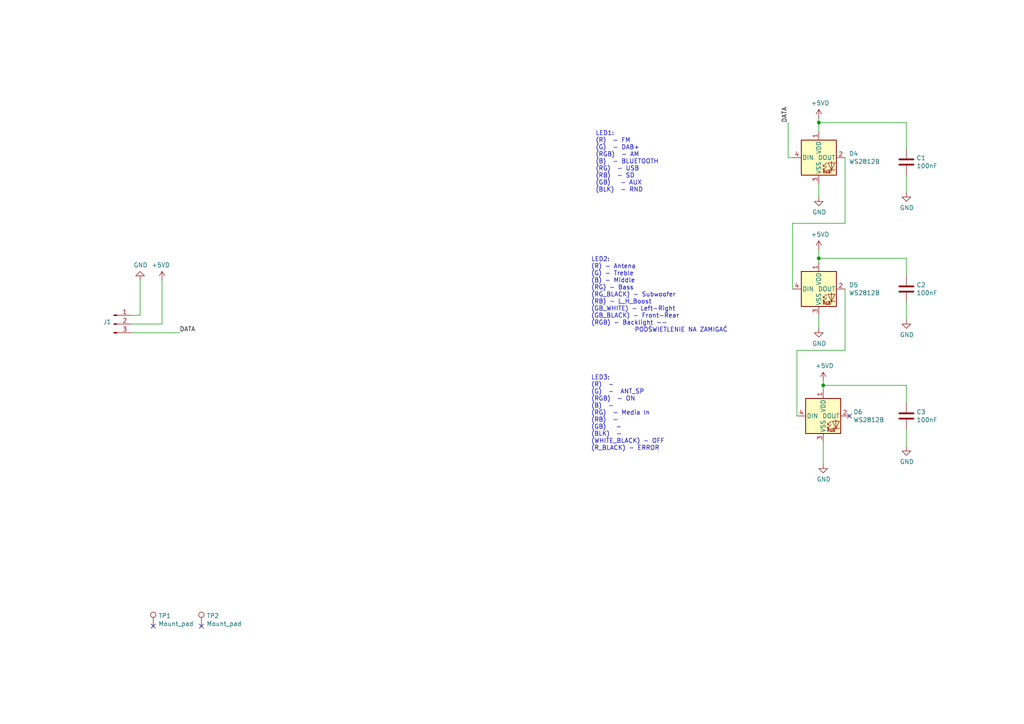
<source format=kicad_sch>
(kicad_sch (version 20230121) (generator eeschema)
  (paper "A4")
  (title_block (title "Mustang Radio - LED display") (date "2021-03-08") (rev "2") (company "Dawid \"SileliS\" Bańkowski") (comment 1 "d.bankowski@gmail.com"))
  (lib_symbols
    (symbol "Connector:Conn_01x03_Male" (pin_names (offset 1.016) hide)
      (property "Reference" "J" (at 0 5.08 0))
      (property "Value" "Connector_Conn_01x03_Male" (at 0 -5.08 0))
      (symbol "Conn_01x03_Male_1_1"
        (polyline (pts (xy 1.27 -2.54) (xy 0.8636 -2.54)) (stroke (width 0.1524)))
        (polyline (pts (xy 1.27 0) (xy 0.8636 0)) (stroke (width 0.1524)))
        (polyline (pts (xy 1.27 2.54) (xy 0.8636 2.54)) (stroke (width 0.1524)))
        (rectangle (start 0.8636 -2.413) (end 0 -2.667) (stroke (width 0.1524)) (fill (type outline)))
        (rectangle (start 0.8636 0.127) (end 0 -0.127) (stroke (width 0.1524)) (fill (type outline)))
        (rectangle (start 0.8636 2.667) (end 0 2.413) (stroke (width 0.1524)) (fill (type outline)))
        (pin passive line (at 5.08 2.54 180) (length 3.81) (name "Pin_1") (number "1"))
        (pin passive line (at 5.08 0 180) (length 3.81) (name "Pin_2") (number "2"))
        (pin passive line (at 5.08 -2.54 180) (length 3.81) (name "Pin_3") (number "3"))
      )
    )
    (symbol "Connector:TestPoint" (pin_numbers hide) (pin_names (offset 0.762) hide)
      (property "Reference" "TP" (at 0 6.858 0))
      (property "Value" "TestPoint" (at 0 5.08 0))
      (symbol "TestPoint_0_1"
        (circle (center 0 3.302) (radius 0.762))
      )
      (symbol "TestPoint_1_1"
        (pin passive line (at 0 0 90) (length 2.54) (name "1") (number "1"))
      )
    )
    (symbol "Device:C" (pin_numbers hide) (pin_names (offset 0.254))
      (property "Reference" "C" (at 0.635 2.54 0))
      (property "Value" "C" (at 0.635 -2.54 0))
      (symbol "C_0_1"
        (polyline (pts (xy -2.032 -0.762) (xy 2.032 -0.762)) (stroke (width 0.508)))
        (polyline (pts (xy -2.032 0.762) (xy 2.032 0.762)) (stroke (width 0.508)))
      )
      (symbol "C_1_1"
        (pin passive line (at 0 3.81 270) (length 2.794) (name "~") (number "1"))
        (pin passive line (at 0 -3.81 90) (length 2.794) (name "~") (number "2"))
      )
    )
    (symbol "LED:WS2812B" (pin_names (offset 0.254))
      (property "Reference" "D" (at 5.08 5.715 0))
      (property "Value" "WS2812B" (at 1.27 -5.715 0))
      (symbol "WS2812B_0_0"
        (text "RGB" (at 2.286 -4.191 0) (effects (font (size 0.762 0.762))))
      )
      (symbol "WS2812B_0_1"
        (polyline (pts (xy 1.27 -3.556) (xy 1.778 -3.556)))
        (polyline (pts (xy 1.27 -2.54) (xy 1.778 -2.54)))
        (polyline (pts (xy 4.699 -3.556) (xy 2.667 -3.556)))
        (polyline (pts (xy 2.286 -2.54) (xy 1.27 -3.556) (xy 1.27 -3.048)))
        (polyline (pts (xy 2.286 -1.524) (xy 1.27 -2.54) (xy 1.27 -2.032)))
        (polyline (pts (xy 3.683 -1.016) (xy 3.683 -3.556) (xy 3.683 -4.064)))
        (polyline (pts (xy 4.699 -1.524) (xy 2.667 -1.524) (xy 3.683 -3.556) (xy 4.699 -1.524)))
        (rectangle (start 5.08 5.08) (end -5.08 -5.08) (stroke (width 0.254)) (fill (type background)))
      )
      (symbol "WS2812B_1_1"
        (pin power_in line (at 0 7.62 270) (length 2.54) (name "VDD") (number "1"))
        (pin output line (at 7.62 0 180) (length 2.54) (name "DOUT") (number "2"))
        (pin power_in line (at 0 -7.62 90) (length 2.54) (name "VSS") (number "3"))
        (pin input line (at -7.62 0 0) (length 2.54) (name "DIN") (number "4"))
      )
    )
    (symbol "power:+5VD" (power) (pin_names (offset 0))
      (property "Value" "+5VD" (at 0 3.556 0))
      (symbol "+5VD_0_1"
        (polyline (pts (xy -0.762 1.27) (xy 0 2.54)))
        (polyline (pts (xy 0 0) (xy 0 2.54)))
        (polyline (pts (xy 0 2.54) (xy 0.762 1.27)))
      )
      (symbol "+5VD_1_1"
        (pin power_in line (at 0 0 90) (length 0) hide (name "+5VD") (number "1"))
      )
    )
    (symbol "power:GND" (power) (pin_names (offset 0))
      (property "Value" "GND" (at 0 -3.81 0))
      (symbol "GND_0_1"
        (polyline (pts (xy 0 0) (xy 0 -1.27) (xy 1.27 -1.27) (xy 0 -2.54) (xy -1.27 -1.27) (xy 0 -1.27)))
      )
      (symbol "GND_1_1"
        (pin power_in line (at 0 0 270) (length 0) hide (name "GND") (number "1"))
      )
    )
  )
  (junction (at 237.49 35.56))
  (junction (at 237.49 74.93))
  (junction (at 238.76 111.76))
  (no_connect (at 246.38 120.65))
  (no_connect (at 58.42 181.61))
  (no_connect (at 44.45 181.61))
  (wire (pts (xy 229.87 64.77) (xy 229.87 83.82)))
  (wire (pts (xy 262.89 111.76) (xy 238.76 111.76)))
  (wire (pts (xy 262.89 35.56) (xy 237.49 35.56)))
  (wire (pts (xy 237.49 95.25) (xy 237.49 91.44)))
  (wire (pts (xy 38.1 96.52) (xy 52.07 96.52)))
  (wire (pts (xy 238.76 134.62) (xy 238.76 128.27)))
  (wire (pts (xy 262.89 116.84) (xy 262.89 111.76)))
  (wire (pts (xy 245.11 83.82) (xy 245.11 101.6)))
  (wire (pts (xy 40.64 91.44) (xy 38.1 91.44)))
  (wire (pts (xy 262.89 92.71) (xy 262.89 87.63)))
  (wire (pts (xy 245.11 101.6) (xy 231.14 101.6)))
  (wire (pts (xy 238.76 111.76) (xy 238.76 113.03)))
  (wire (pts (xy 237.49 74.93) (xy 237.49 72.39)))
  (wire (pts (xy 38.1 93.98) (xy 46.99 93.98)))
  (wire (pts (xy 46.99 93.98) (xy 46.99 81.28)))
  (wire (pts (xy 228.6 45.72) (xy 229.87 45.72)))
  (wire (pts (xy 237.49 35.56) (xy 237.49 38.1)))
  (wire (pts (xy 231.14 101.6) (xy 231.14 120.65)))
  (wire (pts (xy 262.89 43.18) (xy 262.89 35.56)))
  (wire (pts (xy 237.49 53.34) (xy 237.49 57.15)))
  (wire (pts (xy 228.6 35.56) (xy 228.6 45.72)))
  (wire (pts (xy 262.89 55.88) (xy 262.89 50.8)))
  (wire (pts (xy 40.64 91.44) (xy 40.64 81.28)))
  (wire (pts (xy 245.11 64.77) (xy 229.87 64.77)))
  (wire (pts (xy 262.89 80.01) (xy 262.89 74.93)))
  (wire (pts (xy 237.49 76.2) (xy 237.49 74.93)))
  (wire (pts (xy 238.76 110.49) (xy 238.76 111.76)))
  (wire (pts (xy 245.11 45.72) (xy 245.11 64.77)))
  (wire (pts (xy 262.89 129.54) (xy 262.89 124.46)))
  (wire (pts (xy 262.89 74.93) (xy 237.49 74.93)))
  (wire (pts (xy 237.49 34.29) (xy 237.49 35.56)))
  (text "LED2:\n(R) - Antena\n(G) - Treble\n(B) - Middle\n(RG) - Bass\n(RG_BLACK) - Subwoofer\n(RB) - L_H_Boost\n(GB_WHITE) - Left-Right\n(GB_BLACK) - Front-Rear\n(RGB) - Backlight -- \n             PODŚWIETLENIE NA ZAMIGAĆ" (at 171.45 96.52 0) (effects (font (size 1.27 1.27)) (justify left bottom)))
  (text "LED3:\n(R)  -\n(G)  -  ANT_SP\n(RGB)  - ON\n(B)  - \n(RG)  - Media In\n(RB)  - \n(GB)   -\n(BLK)  -\n(WHITE_BLACK) - OFF\n(R_BLACK) - ERROR" (at 171.45 130.81 0) (effects (font (size 1.27 1.27)) (justify left bottom)))
  (text "LED1:\n(R)  - FM\n(G)  - DAB+\n(RGB)  - AM\n(B)  - BLUETOOTH\n(RG)  - USB\n(RB)  - SD\n(GB)   - AUX\n(BLK)  - RND\n" (at 172.72 55.88 0) (effects (font (size 1.27 1.27)) (justify left bottom)))
  (label "DATA" (at 228.6 35.56 90))
  (label "DATA" (at 52.07 96.52 0))
  (symbol (lib_id "power:GND") (at 40.64 81.28 0) (mirror x) (unit 1)
    (property "Reference" "#PWR01" (effects hide))
    (property "Value" "GND" (at 40.767 76.8858 0))
  )
  (symbol (lib_id "Connector:TestPoint") (at 44.45 181.61 0) (unit 1)
    (property "Reference" "TP1" (at 45.9232 178.6128 0) (effects (justify left)))
    (property "Value" "Mount_pad" (at 45.9232 180.9242 0) (effects (justify left)))
    (property "Footprint" "TestPoint:TestPoint_Pad_1.5x1.5mm" (effects hide))
    (property "Module" "Display" (effects hide))
    (property "TME" "n/a" (effects hide))
  )
  (symbol (lib_id "Connector:TestPoint") (at 58.42 181.61 0) (unit 1)
    (property "Reference" "TP2" (at 59.8932 178.6128 0) (effects (justify left)))
    (property "Value" "Mount_pad" (at 59.8932 180.9242 0) (effects (justify left)))
    (property "Footprint" "TestPoint:TestPoint_Pad_1.5x1.5mm" (effects hide))
    (property "Module" "Display" (effects hide))
    (property "TME" "n/a" (effects hide))
  )
  (symbol (lib_id "LED:WS2812B") (at 237.49 45.72 0) (unit 1)
    (property "Reference" "D4" (at 246.2276 44.5516 0) (effects (justify left)))
    (property "Value" "WS2812B" (at 246.2276 46.863 0) (effects (justify left)))
    (property "Footprint" "LED_SMD:LED_WS2812B_PLCC4_5.0x5.0mm_P3.2mm" (effects hide))
    (property "Datasheet" "https://cdn-shop.adafruit.com/datasheets/WS2812B.pdf" (effects hide))
    (property "JLCPCB" "C114586" (effects hide))
    (property "Manufacturer" "Worldsemi" (effects hide))
    (property "Manufacturer no." "WS2812B" (effects hide))
    (property "Module" "Display" (effects hide))
    (property "TME" "WS2812B-B" (effects hide))
  )
  (symbol (lib_id "LED:WS2812B") (at 237.49 83.82 0) (unit 1)
    (property "Reference" "D5" (at 246.2276 82.6516 0) (effects (justify left)))
    (property "Value" "WS2812B" (at 246.2276 84.963 0) (effects (justify left)))
    (property "Footprint" "LED_SMD:LED_WS2812B_PLCC4_5.0x5.0mm_P3.2mm" (effects hide))
    (property "Datasheet" "https://cdn-shop.adafruit.com/datasheets/WS2812B.pdf" (effects hide))
    (property "JLCPCB" "C114586" (effects hide))
    (property "Manufacturer" "Worldsemi" (effects hide))
    (property "Manufacturer no." "WS2812B" (effects hide))
    (property "Module" "Display" (effects hide))
    (property "TME" "WS2812B-B" (effects hide))
  )
  (symbol (lib_id "LED:WS2812B") (at 238.76 120.65 0) (unit 1)
    (property "Reference" "D6" (at 247.4976 119.4816 0) (effects (justify left)))
    (property "Value" "WS2812B" (at 247.4976 121.793 0) (effects (justify left)))
    (property "Footprint" "LED_SMD:LED_WS2812B_PLCC4_5.0x5.0mm_P3.2mm" (effects hide))
    (property "Datasheet" "https://cdn-shop.adafruit.com/datasheets/WS2812B.pdf" (effects hide))
    (property "JLCPCB" "C114586" (effects hide))
    (property "Manufacturer" "Worldsemi" (effects hide))
    (property "Manufacturer no." "WS2812B" (effects hide))
    (property "Module" "Display" (effects hide))
    (property "TME" "WS2812B-B" (effects hide))
  )
  (symbol (lib_id "Connector:Conn_01x03_Male") (at 33.02 93.98 0) (unit 1)
    (property "Reference" "J1" (at 32.3088 93.3704 0) (effects (justify right)))
    (property "Value" "Conn_01x03_Male" (effects hide))
    (property "Footprint" "Connector_Wire_SileliS:SolderWirePad_1x03_SMD_3x0.75" (effects hide))
    (property "Module" "Display" (effects hide))
  )
  (symbol (lib_id "power:+5VD") (at 46.99 81.28 0) (mirror y) (unit 1)
    (property "Reference" "#PWR0101" (effects hide))
    (property "Value" "+5VD" (at 46.609 76.8858 0))
  )
  (symbol (lib_id "power:+5VD") (at 237.49 34.29 0) (unit 1)
    (property "Reference" "#PWR0102" (effects hide))
    (property "Value" "+5VD" (at 237.871 29.8958 0))
  )
  (symbol (lib_id "power:+5VD") (at 237.49 72.39 0) (unit 1)
    (property "Reference" "#PWR0103" (effects hide))
    (property "Value" "+5VD" (at 237.871 67.9958 0))
  )
  (symbol (lib_id "power:+5VD") (at 238.76 110.49 0) (unit 1)
    (property "Reference" "#PWR0104" (effects hide))
    (property "Value" "+5VD" (at 239.141 106.0958 0))
  )
  (symbol (lib_id "power:GND") (at 238.76 134.62 0) (unit 1)
    (property "Reference" "#PWR0105" (effects hide))
    (property "Value" "GND" (at 238.887 139.0142 0))
  )
  (symbol (lib_id "power:GND") (at 237.49 95.25 0) (unit 1)
    (property "Reference" "#PWR0106" (effects hide))
    (property "Value" "GND" (at 237.617 99.6442 0))
  )
  (symbol (lib_id "power:GND") (at 237.49 57.15 0) (unit 1)
    (property "Reference" "#PWR0107" (effects hide))
    (property "Value" "GND" (at 237.617 61.5442 0))
  )
  (symbol (lib_id "Device:C") (at 262.89 46.99 0) (unit 1)
    (property "Reference" "C1" (at 265.811 45.8216 0) (effects (justify left)))
    (property "Value" "100nF" (at 265.811 48.133 0) (effects (justify left)))
    (property "Footprint" "Capacitor_SMD:C_0603_1608Metric" (effects hide))
    (property "Module" "Display" (effects hide))
    (property "TME" "0603F104Z250CT" (effects hide))
  )
  (symbol (lib_id "Device:C") (at 262.89 83.82 0) (unit 1)
    (property "Reference" "C2" (at 265.811 82.6516 0) (effects (justify left)))
    (property "Value" "100nF" (at 265.811 84.963 0) (effects (justify left)))
    (property "Footprint" "Capacitor_SMD:C_0603_1608Metric" (effects hide))
    (property "Module" "Display" (effects hide))
    (property "TME" "0603F104Z250CT" (effects hide))
  )
  (symbol (lib_id "Device:C") (at 262.89 120.65 0) (unit 1)
    (property "Reference" "C3" (at 265.811 119.4816 0) (effects (justify left)))
    (property "Value" "100nF" (at 265.811 121.793 0) (effects (justify left)))
    (property "Footprint" "Capacitor_SMD:C_0603_1608Metric" (effects hide))
    (property "Module" "Display" (effects hide))
    (property "TME" "0603F104Z250CT" (effects hide))
  )
  (symbol (lib_id "power:GND") (at 262.89 55.88 0) (unit 1)
    (property "Reference" "#PWR0108" (effects hide))
    (property "Value" "GND" (at 263.017 60.2742 0))
  )
  (symbol (lib_id "power:GND") (at 262.89 92.71 0) (unit 1)
    (property "Reference" "#PWR0109" (effects hide))
    (property "Value" "GND" (at 263.017 97.1042 0))
  )
  (symbol (lib_id "power:GND") (at 262.89 129.54 0) (unit 1)
    (property "Reference" "#PWR0110" (effects hide))
    (property "Value" "GND" (at 263.017 133.9342 0))
  )
)
</source>
